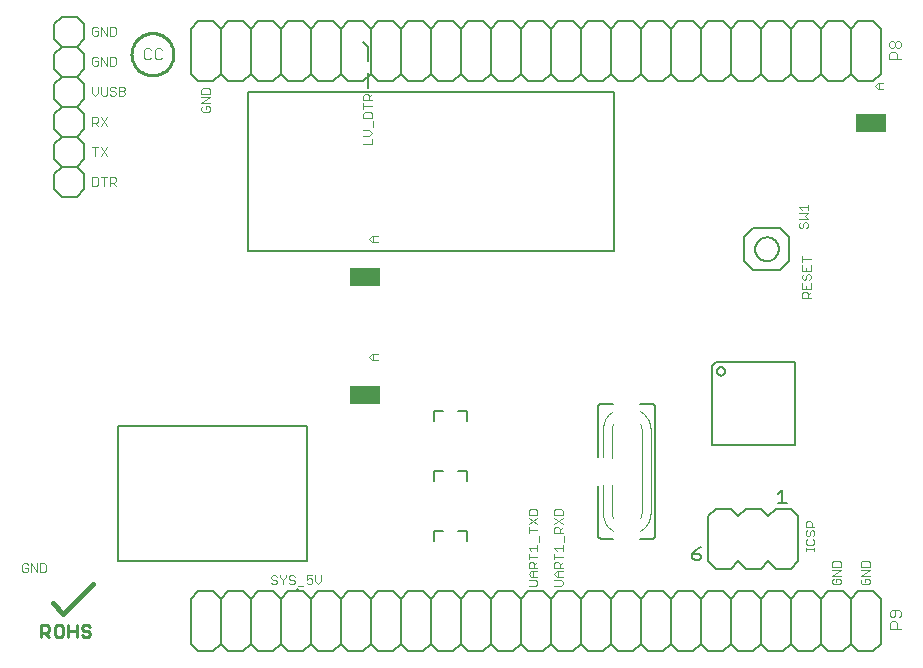
<source format=gto>
G75*
G70*
%OFA0B0*%
%FSLAX24Y24*%
%IPPOS*%
%LPD*%
%AMOC8*
5,1,8,0,0,1.08239X$1,22.5*
%
%ADD10C,0.0100*%
%ADD11C,0.0160*%
%ADD12C,0.0030*%
%ADD13C,0.0090*%
%ADD14C,0.0080*%
%ADD15C,0.0060*%
%ADD16C,0.0050*%
%ADD17C,0.0020*%
%ADD18R,0.1024X0.0591*%
D10*
X012960Y004470D02*
X012960Y004510D01*
X007450Y022328D02*
X007452Y022380D01*
X007458Y022432D01*
X007468Y022484D01*
X007481Y022534D01*
X007498Y022584D01*
X007519Y022632D01*
X007544Y022678D01*
X007572Y022722D01*
X007603Y022764D01*
X007637Y022804D01*
X007674Y022841D01*
X007714Y022875D01*
X007756Y022906D01*
X007800Y022934D01*
X007846Y022959D01*
X007894Y022980D01*
X007944Y022997D01*
X007994Y023010D01*
X008046Y023020D01*
X008098Y023026D01*
X008150Y023028D01*
X008202Y023026D01*
X008254Y023020D01*
X008306Y023010D01*
X008356Y022997D01*
X008406Y022980D01*
X008454Y022959D01*
X008500Y022934D01*
X008544Y022906D01*
X008586Y022875D01*
X008626Y022841D01*
X008663Y022804D01*
X008697Y022764D01*
X008728Y022722D01*
X008756Y022678D01*
X008781Y022632D01*
X008802Y022584D01*
X008819Y022534D01*
X008832Y022484D01*
X008842Y022432D01*
X008848Y022380D01*
X008850Y022328D01*
X008848Y022276D01*
X008842Y022224D01*
X008832Y022172D01*
X008819Y022122D01*
X008802Y022072D01*
X008781Y022024D01*
X008756Y021978D01*
X008728Y021934D01*
X008697Y021892D01*
X008663Y021852D01*
X008626Y021815D01*
X008586Y021781D01*
X008544Y021750D01*
X008500Y021722D01*
X008454Y021697D01*
X008406Y021676D01*
X008356Y021659D01*
X008306Y021646D01*
X008254Y021636D01*
X008202Y021630D01*
X008150Y021628D01*
X008098Y021630D01*
X008046Y021636D01*
X007994Y021646D01*
X007944Y021659D01*
X007894Y021676D01*
X007846Y021697D01*
X007800Y021722D01*
X007756Y021750D01*
X007714Y021781D01*
X007674Y021815D01*
X007637Y021852D01*
X007603Y021892D01*
X007572Y021934D01*
X007544Y021978D01*
X007519Y022024D01*
X007498Y022072D01*
X007481Y022122D01*
X007468Y022172D01*
X007458Y022224D01*
X007452Y022276D01*
X007450Y022328D01*
D11*
X006180Y004680D02*
X005180Y003680D01*
X004830Y004040D01*
D12*
X004549Y005065D02*
X004404Y005065D01*
X004404Y005355D01*
X004549Y005355D01*
X004598Y005307D01*
X004598Y005113D01*
X004549Y005065D01*
X004303Y005065D02*
X004303Y005355D01*
X004110Y005355D02*
X004303Y005065D01*
X004110Y005065D02*
X004110Y005355D01*
X004008Y005307D02*
X003960Y005355D01*
X003863Y005355D01*
X003815Y005307D01*
X003815Y005113D01*
X003863Y005065D01*
X003960Y005065D01*
X004008Y005113D01*
X004008Y005210D01*
X003912Y005210D01*
X012105Y004907D02*
X012105Y004858D01*
X012153Y004810D01*
X012250Y004810D01*
X012298Y004762D01*
X012298Y004713D01*
X012250Y004665D01*
X012153Y004665D01*
X012105Y004713D01*
X012105Y004907D02*
X012153Y004955D01*
X012250Y004955D01*
X012298Y004907D01*
X012400Y004907D02*
X012496Y004810D01*
X012496Y004665D01*
X012496Y004810D02*
X012593Y004907D01*
X012593Y004955D01*
X012694Y004907D02*
X012694Y004858D01*
X012743Y004810D01*
X012839Y004810D01*
X012888Y004762D01*
X012888Y004713D01*
X012839Y004665D01*
X012743Y004665D01*
X012694Y004713D01*
X012694Y004907D02*
X012743Y004955D01*
X012839Y004955D01*
X012888Y004907D01*
X012989Y004617D02*
X013182Y004617D01*
X013284Y004713D02*
X013332Y004665D01*
X013429Y004665D01*
X013477Y004713D01*
X013477Y004810D01*
X013429Y004858D01*
X013380Y004858D01*
X013284Y004810D01*
X013284Y004955D01*
X013477Y004955D01*
X013578Y004955D02*
X013578Y004762D01*
X013675Y004665D01*
X013772Y004762D01*
X013772Y004955D01*
X012400Y004955D02*
X012400Y004907D01*
X020685Y004996D02*
X020782Y005093D01*
X020975Y005093D01*
X020975Y005194D02*
X020685Y005194D01*
X020685Y005339D01*
X020733Y005388D01*
X020830Y005388D01*
X020878Y005339D01*
X020878Y005194D01*
X020878Y005291D02*
X020975Y005388D01*
X020975Y005586D02*
X020685Y005586D01*
X020685Y005682D02*
X020685Y005489D01*
X020782Y005784D02*
X020685Y005880D01*
X020975Y005880D01*
X020975Y005784D02*
X020975Y005977D01*
X021023Y006078D02*
X021023Y006272D01*
X020975Y006470D02*
X020685Y006470D01*
X020685Y006566D02*
X020685Y006373D01*
X020685Y006668D02*
X020975Y006861D01*
X020975Y006962D02*
X020975Y007107D01*
X020927Y007156D01*
X020733Y007156D01*
X020685Y007107D01*
X020685Y006962D01*
X020975Y006962D01*
X020975Y006668D02*
X020685Y006861D01*
X021535Y006861D02*
X021825Y006668D01*
X021825Y006566D02*
X021728Y006470D01*
X021728Y006518D02*
X021728Y006373D01*
X021825Y006373D02*
X021535Y006373D01*
X021535Y006518D01*
X021583Y006566D01*
X021680Y006566D01*
X021728Y006518D01*
X021535Y006668D02*
X021825Y006861D01*
X021825Y006962D02*
X021825Y007107D01*
X021777Y007156D01*
X021583Y007156D01*
X021535Y007107D01*
X021535Y006962D01*
X021825Y006962D01*
X021873Y006272D02*
X021873Y006078D01*
X021825Y005977D02*
X021825Y005784D01*
X021825Y005880D02*
X021535Y005880D01*
X021632Y005784D01*
X021535Y005682D02*
X021535Y005489D01*
X021535Y005586D02*
X021825Y005586D01*
X021825Y005388D02*
X021728Y005291D01*
X021728Y005339D02*
X021728Y005194D01*
X021825Y005194D02*
X021535Y005194D01*
X021535Y005339D01*
X021583Y005388D01*
X021680Y005388D01*
X021728Y005339D01*
X021680Y005093D02*
X021680Y004900D01*
X021632Y004900D02*
X021825Y004900D01*
X021777Y004798D02*
X021535Y004798D01*
X021632Y004900D02*
X021535Y004996D01*
X021632Y005093D01*
X021825Y005093D01*
X021777Y004798D02*
X021825Y004750D01*
X021825Y004653D01*
X021777Y004605D01*
X021535Y004605D01*
X020975Y004653D02*
X020975Y004750D01*
X020927Y004798D01*
X020685Y004798D01*
X020782Y004900D02*
X020685Y004996D01*
X020782Y004900D02*
X020975Y004900D01*
X020830Y004900D02*
X020830Y005093D01*
X020975Y004653D02*
X020927Y004605D01*
X020685Y004605D01*
X029925Y005775D02*
X029925Y005872D01*
X029925Y005823D02*
X030215Y005823D01*
X030215Y005775D02*
X030215Y005872D01*
X030167Y005971D02*
X030215Y006020D01*
X030215Y006117D01*
X030167Y006165D01*
X030167Y006266D02*
X030215Y006314D01*
X030215Y006411D01*
X030167Y006460D01*
X030118Y006460D01*
X030070Y006411D01*
X030070Y006314D01*
X030022Y006266D01*
X029973Y006266D01*
X029925Y006314D01*
X029925Y006411D01*
X029973Y006460D01*
X029925Y006561D02*
X029925Y006706D01*
X029973Y006754D01*
X030070Y006754D01*
X030118Y006706D01*
X030118Y006561D01*
X030215Y006561D02*
X029925Y006561D01*
X029973Y006165D02*
X029925Y006117D01*
X029925Y006020D01*
X029973Y005971D01*
X030167Y005971D01*
X030805Y005389D02*
X030805Y005244D01*
X031095Y005244D01*
X031095Y005389D01*
X031047Y005438D01*
X030853Y005438D01*
X030805Y005389D01*
X030805Y005143D02*
X031095Y005143D01*
X030805Y004950D01*
X031095Y004950D01*
X031047Y004848D02*
X030950Y004848D01*
X030950Y004752D01*
X031047Y004848D02*
X031095Y004800D01*
X031095Y004703D01*
X031047Y004655D01*
X030853Y004655D01*
X030805Y004703D01*
X030805Y004800D01*
X030853Y004848D01*
X031765Y004800D02*
X031765Y004703D01*
X031813Y004655D01*
X032007Y004655D01*
X032055Y004703D01*
X032055Y004800D01*
X032007Y004848D01*
X031910Y004848D01*
X031910Y004752D01*
X031813Y004848D02*
X031765Y004800D01*
X031765Y004950D02*
X032055Y005143D01*
X031765Y005143D01*
X031765Y005244D02*
X031765Y005389D01*
X031813Y005438D01*
X032007Y005438D01*
X032055Y005389D01*
X032055Y005244D01*
X031765Y005244D01*
X031765Y004950D02*
X032055Y004950D01*
X032786Y003800D02*
X032725Y003738D01*
X032725Y003615D01*
X032786Y003553D01*
X032848Y003553D01*
X032910Y003615D01*
X032910Y003800D01*
X033033Y003800D02*
X032786Y003800D01*
X033033Y003800D02*
X033095Y003738D01*
X033095Y003615D01*
X033033Y003553D01*
X032910Y003432D02*
X032786Y003432D01*
X032725Y003370D01*
X032725Y003185D01*
X033095Y003185D01*
X032972Y003185D02*
X032972Y003370D01*
X032910Y003432D01*
X030095Y014215D02*
X029805Y014215D01*
X029805Y014360D01*
X029853Y014408D01*
X029950Y014408D01*
X029998Y014360D01*
X029998Y014215D01*
X029998Y014312D02*
X030095Y014408D01*
X030095Y014510D02*
X029805Y014510D01*
X029805Y014703D01*
X029853Y014804D02*
X029902Y014804D01*
X029950Y014853D01*
X029950Y014949D01*
X029998Y014998D01*
X030047Y014998D01*
X030095Y014949D01*
X030095Y014853D01*
X030047Y014804D01*
X030095Y014703D02*
X030095Y014510D01*
X029950Y014510D02*
X029950Y014606D01*
X029853Y014804D02*
X029805Y014853D01*
X029805Y014949D01*
X029853Y014998D01*
X029805Y015099D02*
X030095Y015099D01*
X030095Y015292D01*
X029950Y015196D02*
X029950Y015099D01*
X029805Y015099D02*
X029805Y015292D01*
X029805Y015394D02*
X029805Y015587D01*
X029805Y015490D02*
X030095Y015490D01*
X029947Y016535D02*
X029995Y016583D01*
X029995Y016680D01*
X029947Y016728D01*
X029898Y016728D01*
X029850Y016680D01*
X029850Y016583D01*
X029802Y016535D01*
X029753Y016535D01*
X029705Y016583D01*
X029705Y016680D01*
X029753Y016728D01*
X029705Y016830D02*
X029995Y016830D01*
X029898Y016926D01*
X029995Y017023D01*
X029705Y017023D01*
X029802Y017124D02*
X029705Y017221D01*
X029995Y017221D01*
X029995Y017124D02*
X029995Y017318D01*
X032323Y021182D02*
X032226Y021278D01*
X032323Y021375D01*
X032516Y021375D01*
X032371Y021375D02*
X032371Y021182D01*
X032323Y021182D02*
X032516Y021182D01*
X032715Y022165D02*
X032715Y022350D01*
X032776Y022412D01*
X032900Y022412D01*
X032962Y022350D01*
X032962Y022165D01*
X033085Y022165D02*
X032715Y022165D01*
X032776Y022533D02*
X032838Y022533D01*
X032900Y022595D01*
X032900Y022718D01*
X032962Y022780D01*
X033023Y022780D01*
X033085Y022718D01*
X033085Y022595D01*
X033023Y022533D01*
X032962Y022533D01*
X032900Y022595D01*
X032900Y022718D02*
X032838Y022780D01*
X032776Y022780D01*
X032715Y022718D01*
X032715Y022595D01*
X032776Y022533D01*
X015465Y020989D02*
X015368Y020892D01*
X015368Y020940D02*
X015368Y020795D01*
X015465Y020795D02*
X015175Y020795D01*
X015175Y020940D01*
X015223Y020989D01*
X015320Y020989D01*
X015368Y020940D01*
X015175Y020694D02*
X015175Y020501D01*
X015175Y020597D02*
X015465Y020597D01*
X015417Y020400D02*
X015223Y020400D01*
X015175Y020351D01*
X015175Y020206D01*
X015465Y020206D01*
X015465Y020351D01*
X015417Y020400D01*
X015513Y020105D02*
X015513Y019911D01*
X015368Y019810D02*
X015175Y019810D01*
X015368Y019810D02*
X015465Y019713D01*
X015368Y019617D01*
X015175Y019617D01*
X015175Y019322D02*
X015465Y019322D01*
X015465Y019516D01*
X015464Y016257D02*
X015658Y016257D01*
X015513Y016257D02*
X015513Y016064D01*
X015464Y016064D02*
X015368Y016160D01*
X015464Y016257D01*
X015464Y016064D02*
X015658Y016064D01*
X015658Y012320D02*
X015464Y012320D01*
X015368Y012223D01*
X015464Y012126D01*
X015658Y012126D01*
X015513Y012126D02*
X015513Y012320D01*
X006928Y017945D02*
X006831Y018042D01*
X006879Y018042D02*
X006734Y018042D01*
X006734Y017945D02*
X006734Y018235D01*
X006879Y018235D01*
X006928Y018187D01*
X006928Y018090D01*
X006879Y018042D01*
X006633Y018235D02*
X006440Y018235D01*
X006536Y018235D02*
X006536Y017945D01*
X006338Y017993D02*
X006338Y018187D01*
X006290Y018235D01*
X006145Y018235D01*
X006145Y017945D01*
X006290Y017945D01*
X006338Y017993D01*
X006242Y018945D02*
X006242Y019235D01*
X006338Y019235D02*
X006145Y019235D01*
X006440Y019235D02*
X006633Y018945D01*
X006440Y018945D02*
X006633Y019235D01*
X006633Y019945D02*
X006440Y020235D01*
X006338Y020187D02*
X006338Y020090D01*
X006290Y020042D01*
X006145Y020042D01*
X006242Y020042D02*
X006338Y019945D01*
X006440Y019945D02*
X006633Y020235D01*
X006338Y020187D02*
X006290Y020235D01*
X006145Y020235D01*
X006145Y019945D01*
X006242Y020945D02*
X006338Y021042D01*
X006338Y021235D01*
X006440Y021235D02*
X006440Y020993D01*
X006488Y020945D01*
X006585Y020945D01*
X006633Y020993D01*
X006633Y021235D01*
X006734Y021187D02*
X006734Y021138D01*
X006783Y021090D01*
X006879Y021090D01*
X006928Y021042D01*
X006928Y020993D01*
X006879Y020945D01*
X006783Y020945D01*
X006734Y020993D01*
X006734Y021187D02*
X006783Y021235D01*
X006879Y021235D01*
X006928Y021187D01*
X007029Y021235D02*
X007174Y021235D01*
X007222Y021187D01*
X007222Y021138D01*
X007174Y021090D01*
X007029Y021090D01*
X007029Y020945D02*
X007029Y021235D01*
X007174Y021090D02*
X007222Y021042D01*
X007222Y020993D01*
X007174Y020945D01*
X007029Y020945D01*
X006242Y020945D02*
X006145Y021042D01*
X006145Y021235D01*
X006193Y021945D02*
X006290Y021945D01*
X006338Y021993D01*
X006338Y022090D01*
X006242Y022090D01*
X006338Y022187D02*
X006290Y022235D01*
X006193Y022235D01*
X006145Y022187D01*
X006145Y021993D01*
X006193Y021945D01*
X006440Y021945D02*
X006440Y022235D01*
X006633Y021945D01*
X006633Y022235D01*
X006734Y022235D02*
X006734Y021945D01*
X006879Y021945D01*
X006928Y021993D01*
X006928Y022187D01*
X006879Y022235D01*
X006734Y022235D01*
X006734Y022945D02*
X006879Y022945D01*
X006928Y022993D01*
X006928Y023187D01*
X006879Y023235D01*
X006734Y023235D01*
X006734Y022945D01*
X006633Y022945D02*
X006633Y023235D01*
X006440Y023235D02*
X006633Y022945D01*
X006440Y022945D02*
X006440Y023235D01*
X006338Y023187D02*
X006290Y023235D01*
X006193Y023235D01*
X006145Y023187D01*
X006145Y022993D01*
X006193Y022945D01*
X006290Y022945D01*
X006338Y022993D01*
X006338Y023090D01*
X006242Y023090D01*
X007858Y022465D02*
X007858Y022218D01*
X007920Y022156D01*
X008043Y022156D01*
X008105Y022218D01*
X008226Y022218D02*
X008226Y022465D01*
X008288Y022526D01*
X008411Y022526D01*
X008473Y022465D01*
X008473Y022218D02*
X008411Y022156D01*
X008288Y022156D01*
X008226Y022218D01*
X008105Y022465D02*
X008043Y022526D01*
X007920Y022526D01*
X007858Y022465D01*
X009775Y021139D02*
X009775Y020994D01*
X010065Y020994D01*
X010065Y021139D01*
X010017Y021188D01*
X009823Y021188D01*
X009775Y021139D01*
X009775Y020893D02*
X010065Y020893D01*
X009775Y020700D01*
X010065Y020700D01*
X010017Y020598D02*
X009920Y020598D01*
X009920Y020502D01*
X010017Y020598D02*
X010065Y020550D01*
X010065Y020453D01*
X010017Y020405D01*
X009823Y020405D01*
X009775Y020453D01*
X009775Y020550D01*
X009823Y020598D01*
D13*
X004425Y003305D02*
X004425Y002895D01*
X004425Y003032D02*
X004630Y003032D01*
X004699Y003100D01*
X004699Y003237D01*
X004630Y003305D01*
X004425Y003305D01*
X004562Y003032D02*
X004699Y002895D01*
X004885Y002963D02*
X004885Y003237D01*
X004954Y003305D01*
X005091Y003305D01*
X005159Y003237D01*
X005159Y002963D01*
X005091Y002895D01*
X004954Y002895D01*
X004885Y002963D01*
X005346Y002895D02*
X005346Y003305D01*
X005346Y003100D02*
X005619Y003100D01*
X005806Y003169D02*
X005875Y003100D01*
X006011Y003100D01*
X006080Y003032D01*
X006080Y002963D01*
X006011Y002895D01*
X005875Y002895D01*
X005806Y002963D01*
X005619Y002895D02*
X005619Y003305D01*
X005806Y003237D02*
X005875Y003305D01*
X006011Y003305D01*
X006080Y003237D01*
X005806Y003237D02*
X005806Y003169D01*
D14*
X015330Y021205D02*
X015330Y021696D01*
X015330Y022089D02*
X015330Y022580D01*
X015180Y022730D01*
D15*
X015430Y023180D02*
X015430Y021680D01*
X015680Y021430D01*
X016180Y021430D01*
X016430Y021680D01*
X016430Y023180D01*
X016680Y023430D01*
X017180Y023430D01*
X017430Y023180D01*
X017430Y021680D01*
X017180Y021430D01*
X016680Y021430D01*
X016430Y021680D01*
X015430Y021680D02*
X015180Y021430D01*
X014680Y021430D01*
X014430Y021680D01*
X014430Y023180D01*
X014680Y023430D01*
X015180Y023430D01*
X015430Y023180D01*
X015680Y023430D01*
X016180Y023430D01*
X016430Y023180D01*
X017430Y023180D02*
X017680Y023430D01*
X018180Y023430D01*
X018430Y023180D01*
X018430Y021680D01*
X018180Y021430D01*
X017680Y021430D01*
X017430Y021680D01*
X018430Y021680D02*
X018680Y021430D01*
X019180Y021430D01*
X019430Y021680D01*
X019430Y023180D01*
X019680Y023430D01*
X020180Y023430D01*
X020430Y023180D01*
X020430Y021680D01*
X020180Y021430D01*
X019680Y021430D01*
X019430Y021680D01*
X020430Y021680D02*
X020680Y021430D01*
X021180Y021430D01*
X021430Y021680D01*
X021430Y023180D01*
X021680Y023430D01*
X022180Y023430D01*
X022430Y023180D01*
X022430Y021680D01*
X022180Y021430D01*
X021680Y021430D01*
X021430Y021680D01*
X022430Y021680D02*
X022680Y021430D01*
X023180Y021430D01*
X023430Y021680D01*
X023430Y023180D01*
X023680Y023430D01*
X024180Y023430D01*
X024430Y023180D01*
X024430Y021680D01*
X024180Y021430D01*
X023680Y021430D01*
X023430Y021680D01*
X024430Y021680D02*
X024680Y021430D01*
X025180Y021430D01*
X025430Y021680D01*
X025680Y021430D01*
X026180Y021430D01*
X026430Y021680D01*
X026680Y021430D01*
X027180Y021430D01*
X027430Y021680D01*
X027680Y021430D01*
X028180Y021430D01*
X028430Y021680D01*
X028680Y021430D01*
X029180Y021430D01*
X029430Y021680D01*
X029680Y021430D01*
X030180Y021430D01*
X030430Y021680D01*
X030680Y021430D01*
X031180Y021430D01*
X031430Y021680D01*
X031680Y021430D01*
X032180Y021430D01*
X032430Y021680D01*
X032430Y023180D01*
X032180Y023430D01*
X031680Y023430D01*
X031430Y023180D01*
X031430Y021680D01*
X030430Y021680D02*
X030430Y023180D01*
X030680Y023430D01*
X031180Y023430D01*
X031430Y023180D01*
X030430Y023180D02*
X030180Y023430D01*
X029680Y023430D01*
X029430Y023180D01*
X029430Y021680D01*
X028430Y021680D02*
X028430Y023180D01*
X028680Y023430D01*
X029180Y023430D01*
X029430Y023180D01*
X028430Y023180D02*
X028180Y023430D01*
X027680Y023430D01*
X027430Y023180D01*
X027430Y021680D01*
X026430Y021680D02*
X026430Y023180D01*
X026680Y023430D01*
X027180Y023430D01*
X027430Y023180D01*
X026430Y023180D02*
X026180Y023430D01*
X025680Y023430D01*
X025430Y023180D01*
X025430Y021680D01*
X025430Y023180D02*
X025180Y023430D01*
X024680Y023430D01*
X024430Y023180D01*
X023430Y023180D02*
X023180Y023430D01*
X022680Y023430D01*
X022430Y023180D01*
X021430Y023180D02*
X021180Y023430D01*
X020680Y023430D01*
X020430Y023180D01*
X019430Y023180D02*
X019180Y023430D01*
X018680Y023430D01*
X018430Y023180D01*
X014430Y023180D02*
X014180Y023430D01*
X013680Y023430D01*
X013430Y023180D01*
X013430Y021680D01*
X013680Y021430D01*
X014180Y021430D01*
X014430Y021680D01*
X013430Y021680D02*
X013180Y021430D01*
X012680Y021430D01*
X012430Y021680D01*
X012430Y023180D01*
X012680Y023430D01*
X013180Y023430D01*
X013430Y023180D01*
X012430Y023180D02*
X012180Y023430D01*
X011680Y023430D01*
X011430Y023180D01*
X011430Y021680D01*
X011680Y021430D01*
X012180Y021430D01*
X012430Y021680D01*
X011430Y021680D02*
X011180Y021430D01*
X010680Y021430D01*
X010430Y021680D01*
X010430Y023180D01*
X010680Y023430D01*
X011180Y023430D01*
X011430Y023180D01*
X010430Y023180D02*
X010180Y023430D01*
X009680Y023430D01*
X009430Y023180D01*
X009430Y021680D01*
X009680Y021430D01*
X010180Y021430D01*
X010430Y021680D01*
X005880Y021830D02*
X005630Y021580D01*
X005880Y021330D01*
X005880Y020830D01*
X005630Y020580D01*
X005880Y020330D01*
X005880Y019830D01*
X005630Y019580D01*
X005880Y019330D01*
X005880Y018830D01*
X005630Y018580D01*
X005880Y018330D01*
X005880Y017830D01*
X005630Y017580D01*
X005130Y017580D01*
X004880Y017830D01*
X004880Y018330D01*
X005130Y018580D01*
X004880Y018830D01*
X004880Y019330D01*
X005130Y019580D01*
X005630Y019580D01*
X005130Y019580D02*
X004880Y019830D01*
X004880Y020330D01*
X005130Y020580D01*
X004880Y020830D01*
X004880Y021330D01*
X005130Y021580D01*
X004880Y021830D01*
X004880Y022330D01*
X005130Y022580D01*
X004880Y022830D01*
X004880Y023330D01*
X005130Y023580D01*
X005630Y023580D01*
X005880Y023330D01*
X005880Y022830D01*
X005630Y022580D01*
X005880Y022330D01*
X005880Y021830D01*
X005630Y021580D02*
X005130Y021580D01*
X005130Y020580D02*
X005630Y020580D01*
X005630Y018580D02*
X005130Y018580D01*
X005130Y022580D02*
X005630Y022580D01*
X023104Y010682D02*
X023504Y010682D01*
X023104Y010682D02*
X023087Y010680D01*
X023070Y010676D01*
X023054Y010669D01*
X023040Y010659D01*
X023027Y010646D01*
X023017Y010632D01*
X023010Y010616D01*
X023006Y010599D01*
X023004Y010582D01*
X023004Y010577D02*
X023004Y008907D01*
X023004Y007952D02*
X023004Y006282D01*
X023006Y006265D01*
X023010Y006248D01*
X023017Y006232D01*
X023027Y006218D01*
X023040Y006205D01*
X023054Y006195D01*
X023070Y006188D01*
X023087Y006184D01*
X023104Y006182D01*
X023504Y006182D01*
X024404Y006182D02*
X024804Y006182D01*
X024821Y006184D01*
X024838Y006188D01*
X024854Y006195D01*
X024868Y006205D01*
X024881Y006218D01*
X024891Y006232D01*
X024898Y006248D01*
X024902Y006265D01*
X024904Y006282D01*
X024904Y010582D01*
X024902Y010599D01*
X024898Y010616D01*
X024891Y010632D01*
X024881Y010646D01*
X024868Y010659D01*
X024854Y010669D01*
X024838Y010676D01*
X024821Y010680D01*
X024804Y010682D01*
X024404Y010682D01*
X026800Y011920D02*
X026800Y009300D01*
X029560Y009300D01*
X029560Y012060D01*
X026940Y012060D01*
X026800Y011920D01*
X026959Y011760D02*
X026961Y011783D01*
X026967Y011806D01*
X026976Y011827D01*
X026989Y011847D01*
X027005Y011864D01*
X027023Y011878D01*
X027043Y011889D01*
X027065Y011897D01*
X027088Y011901D01*
X027112Y011901D01*
X027135Y011897D01*
X027157Y011889D01*
X027177Y011878D01*
X027195Y011864D01*
X027211Y011847D01*
X027224Y011827D01*
X027233Y011806D01*
X027239Y011783D01*
X027241Y011760D01*
X027239Y011737D01*
X027233Y011714D01*
X027224Y011693D01*
X027211Y011673D01*
X027195Y011656D01*
X027177Y011642D01*
X027157Y011631D01*
X027135Y011623D01*
X027112Y011619D01*
X027088Y011619D01*
X027065Y011623D01*
X027043Y011631D01*
X027023Y011642D01*
X027005Y011656D01*
X026989Y011673D01*
X026976Y011693D01*
X026967Y011714D01*
X026961Y011737D01*
X026959Y011760D01*
X026930Y007180D02*
X027430Y007180D01*
X027680Y006930D01*
X027930Y007180D01*
X028430Y007180D01*
X028680Y006930D01*
X028930Y007180D01*
X029430Y007180D01*
X029680Y006930D01*
X029680Y005430D01*
X029430Y005180D01*
X028930Y005180D01*
X028680Y005430D01*
X028430Y005180D01*
X027930Y005180D01*
X027680Y005430D01*
X027430Y005180D01*
X026930Y005180D01*
X026680Y005430D01*
X026680Y006930D01*
X026930Y007180D01*
X027180Y004430D02*
X026680Y004430D01*
X026430Y004180D01*
X026430Y002680D01*
X026680Y002430D01*
X027180Y002430D01*
X027430Y002680D01*
X027680Y002430D01*
X028180Y002430D01*
X028430Y002680D01*
X028680Y002430D01*
X029180Y002430D01*
X029430Y002680D01*
X029680Y002430D01*
X030180Y002430D01*
X030430Y002680D01*
X030680Y002430D01*
X031180Y002430D01*
X031430Y002680D01*
X031680Y002430D01*
X032180Y002430D01*
X032430Y002680D01*
X032430Y004180D01*
X032180Y004430D01*
X031680Y004430D01*
X031430Y004180D01*
X031430Y002680D01*
X030430Y002680D02*
X030430Y004180D01*
X030680Y004430D01*
X031180Y004430D01*
X031430Y004180D01*
X030430Y004180D02*
X030180Y004430D01*
X029680Y004430D01*
X029430Y004180D01*
X029430Y002680D01*
X028430Y002680D02*
X028430Y004180D01*
X028680Y004430D01*
X029180Y004430D01*
X029430Y004180D01*
X028430Y004180D02*
X028180Y004430D01*
X027680Y004430D01*
X027430Y004180D01*
X027430Y002680D01*
X026430Y002680D02*
X026180Y002430D01*
X025680Y002430D01*
X025430Y002680D01*
X025430Y004180D01*
X025680Y004430D01*
X026180Y004430D01*
X026430Y004180D01*
X027180Y004430D02*
X027430Y004180D01*
X025430Y004180D02*
X025180Y004430D01*
X024680Y004430D01*
X024430Y004180D01*
X024430Y002680D01*
X024180Y002430D01*
X023680Y002430D01*
X023430Y002680D01*
X023430Y004180D01*
X023680Y004430D01*
X024180Y004430D01*
X024430Y004180D01*
X023430Y004180D02*
X023180Y004430D01*
X022680Y004430D01*
X022430Y004180D01*
X022430Y002680D01*
X022180Y002430D01*
X021680Y002430D01*
X021430Y002680D01*
X021430Y004180D01*
X021680Y004430D01*
X022180Y004430D01*
X022430Y004180D01*
X021430Y004180D02*
X021180Y004430D01*
X020680Y004430D01*
X020430Y004180D01*
X020430Y002680D01*
X020180Y002430D01*
X019680Y002430D01*
X019430Y002680D01*
X019430Y004180D01*
X019680Y004430D01*
X020180Y004430D01*
X020430Y004180D01*
X019430Y004180D02*
X019180Y004430D01*
X018680Y004430D01*
X018430Y004180D01*
X018430Y002680D01*
X018180Y002430D01*
X017680Y002430D01*
X017430Y002680D01*
X017430Y004180D01*
X017680Y004430D01*
X018180Y004430D01*
X018430Y004180D01*
X017430Y004180D02*
X017180Y004430D01*
X016680Y004430D01*
X016430Y004180D01*
X016430Y002680D01*
X016180Y002430D01*
X015680Y002430D01*
X015430Y002680D01*
X015430Y004180D01*
X015680Y004430D01*
X016180Y004430D01*
X016430Y004180D01*
X015430Y004180D02*
X015180Y004430D01*
X014680Y004430D01*
X014430Y004180D01*
X014430Y002680D01*
X014680Y002430D01*
X015180Y002430D01*
X015430Y002680D01*
X016430Y002680D02*
X016680Y002430D01*
X017180Y002430D01*
X017430Y002680D01*
X018430Y002680D02*
X018680Y002430D01*
X019180Y002430D01*
X019430Y002680D01*
X020430Y002680D02*
X020680Y002430D01*
X021180Y002430D01*
X021430Y002680D01*
X022430Y002680D02*
X022680Y002430D01*
X023180Y002430D01*
X023430Y002680D01*
X024430Y002680D02*
X024680Y002430D01*
X025180Y002430D01*
X025430Y002680D01*
X018640Y006107D02*
X018640Y006440D01*
X018329Y006440D01*
X017821Y006440D02*
X017520Y006440D01*
X017520Y006107D01*
X017520Y008107D02*
X017520Y008440D01*
X017821Y008440D01*
X018329Y008440D02*
X018640Y008440D01*
X018640Y008107D01*
X018640Y010107D02*
X018640Y010440D01*
X018329Y010440D01*
X017821Y010440D02*
X017520Y010440D01*
X017520Y010107D01*
X014180Y004430D02*
X013680Y004430D01*
X013430Y004180D01*
X013430Y002680D01*
X013680Y002430D01*
X014180Y002430D01*
X014430Y002680D01*
X013430Y002680D02*
X013180Y002430D01*
X012680Y002430D01*
X012430Y002680D01*
X012430Y004180D01*
X012680Y004430D01*
X013180Y004430D01*
X013430Y004180D01*
X014180Y004430D02*
X014430Y004180D01*
X012430Y004180D02*
X012180Y004430D01*
X011680Y004430D01*
X011430Y004180D01*
X011430Y002680D01*
X011680Y002430D01*
X012180Y002430D01*
X012430Y002680D01*
X011430Y002680D02*
X011180Y002430D01*
X010680Y002430D01*
X010430Y002680D01*
X010430Y004180D01*
X010680Y004430D01*
X011180Y004430D01*
X011430Y004180D01*
X010430Y004180D02*
X010180Y004430D01*
X009680Y004430D01*
X009430Y004180D01*
X009430Y002680D01*
X009680Y002430D01*
X010180Y002430D01*
X010430Y002680D01*
D16*
X013286Y005420D02*
X006987Y005420D01*
X006987Y009948D01*
X013286Y009948D01*
X013286Y005420D01*
X026145Y005530D02*
X026220Y005455D01*
X026370Y005455D01*
X026445Y005530D01*
X026445Y005605D01*
X026370Y005680D01*
X026145Y005680D01*
X026145Y005530D01*
X026145Y005680D02*
X026295Y005830D01*
X026445Y005905D01*
X028995Y007355D02*
X029295Y007355D01*
X029145Y007355D02*
X029145Y007805D01*
X028995Y007655D01*
X029080Y015130D02*
X028180Y015130D01*
X027880Y015430D01*
X027880Y016230D01*
X028180Y016530D01*
X029080Y016530D01*
X029380Y016230D01*
X029380Y015430D01*
X029080Y015130D01*
X028236Y015830D02*
X028238Y015869D01*
X028244Y015908D01*
X028254Y015946D01*
X028267Y015983D01*
X028284Y016018D01*
X028304Y016052D01*
X028328Y016083D01*
X028355Y016112D01*
X028384Y016138D01*
X028416Y016161D01*
X028450Y016181D01*
X028486Y016197D01*
X028523Y016209D01*
X028562Y016218D01*
X028601Y016223D01*
X028640Y016224D01*
X028679Y016221D01*
X028718Y016214D01*
X028755Y016203D01*
X028792Y016189D01*
X028827Y016171D01*
X028860Y016150D01*
X028891Y016125D01*
X028919Y016098D01*
X028944Y016068D01*
X028966Y016035D01*
X028985Y016001D01*
X029000Y015965D01*
X029012Y015927D01*
X029020Y015889D01*
X029024Y015850D01*
X029024Y015810D01*
X029020Y015771D01*
X029012Y015733D01*
X029000Y015695D01*
X028985Y015659D01*
X028966Y015625D01*
X028944Y015592D01*
X028919Y015562D01*
X028891Y015535D01*
X028860Y015510D01*
X028827Y015489D01*
X028792Y015471D01*
X028755Y015457D01*
X028718Y015446D01*
X028679Y015439D01*
X028640Y015436D01*
X028601Y015437D01*
X028562Y015442D01*
X028523Y015451D01*
X028486Y015463D01*
X028450Y015479D01*
X028416Y015499D01*
X028384Y015522D01*
X028355Y015548D01*
X028328Y015577D01*
X028304Y015608D01*
X028284Y015642D01*
X028267Y015677D01*
X028254Y015714D01*
X028244Y015752D01*
X028238Y015791D01*
X028236Y015830D01*
X023526Y015759D02*
X023526Y021074D01*
X011322Y021074D01*
X011322Y015759D01*
X023526Y015759D01*
D17*
X023455Y009790D02*
X023455Y008885D01*
X023155Y008890D02*
X023155Y009795D01*
X023454Y009782D02*
X023455Y009820D01*
X023460Y009857D01*
X023467Y009894D01*
X023476Y009930D01*
X023489Y009966D01*
X023504Y010000D01*
X023154Y009782D02*
X023156Y009838D01*
X023162Y009893D01*
X023171Y009948D01*
X023185Y010002D01*
X023202Y010055D01*
X023223Y010106D01*
X023247Y010156D01*
X023275Y010204D01*
X023306Y010251D01*
X023340Y010294D01*
X023377Y010336D01*
X023417Y010375D01*
X023459Y010411D01*
X023504Y010443D01*
X024404Y010000D02*
X024419Y009966D01*
X024432Y009930D01*
X024441Y009894D01*
X024448Y009857D01*
X024453Y009820D01*
X024454Y009782D01*
X024454Y007082D01*
X024754Y007082D02*
X024754Y009782D01*
X024752Y009838D01*
X024746Y009893D01*
X024737Y009948D01*
X024723Y010002D01*
X024706Y010055D01*
X024685Y010106D01*
X024661Y010156D01*
X024633Y010204D01*
X024602Y010251D01*
X024568Y010295D01*
X024531Y010336D01*
X024491Y010375D01*
X024449Y010411D01*
X024404Y010443D01*
X023455Y007970D02*
X023455Y007065D01*
X023155Y007065D02*
X023155Y007970D01*
X023154Y007082D02*
X023156Y007026D01*
X023162Y006971D01*
X023171Y006916D01*
X023185Y006862D01*
X023202Y006809D01*
X023223Y006758D01*
X023247Y006708D01*
X023275Y006660D01*
X023306Y006613D01*
X023340Y006569D01*
X023377Y006528D01*
X023417Y006489D01*
X023459Y006453D01*
X023504Y006421D01*
X024404Y006421D02*
X024449Y006453D01*
X024491Y006489D01*
X024531Y006528D01*
X024568Y006570D01*
X024602Y006613D01*
X024633Y006660D01*
X024661Y006708D01*
X024685Y006758D01*
X024706Y006809D01*
X024723Y006862D01*
X024737Y006916D01*
X024746Y006971D01*
X024752Y007026D01*
X024754Y007082D01*
X024454Y007082D02*
X024453Y007044D01*
X024448Y007007D01*
X024441Y006970D01*
X024432Y006934D01*
X024419Y006898D01*
X024404Y006864D01*
X023504Y006864D02*
X023489Y006898D01*
X023476Y006934D01*
X023467Y006970D01*
X023460Y007007D01*
X023455Y007044D01*
X023454Y007082D01*
D18*
X015243Y010965D03*
X015243Y014902D03*
X032101Y020021D03*
M02*

</source>
